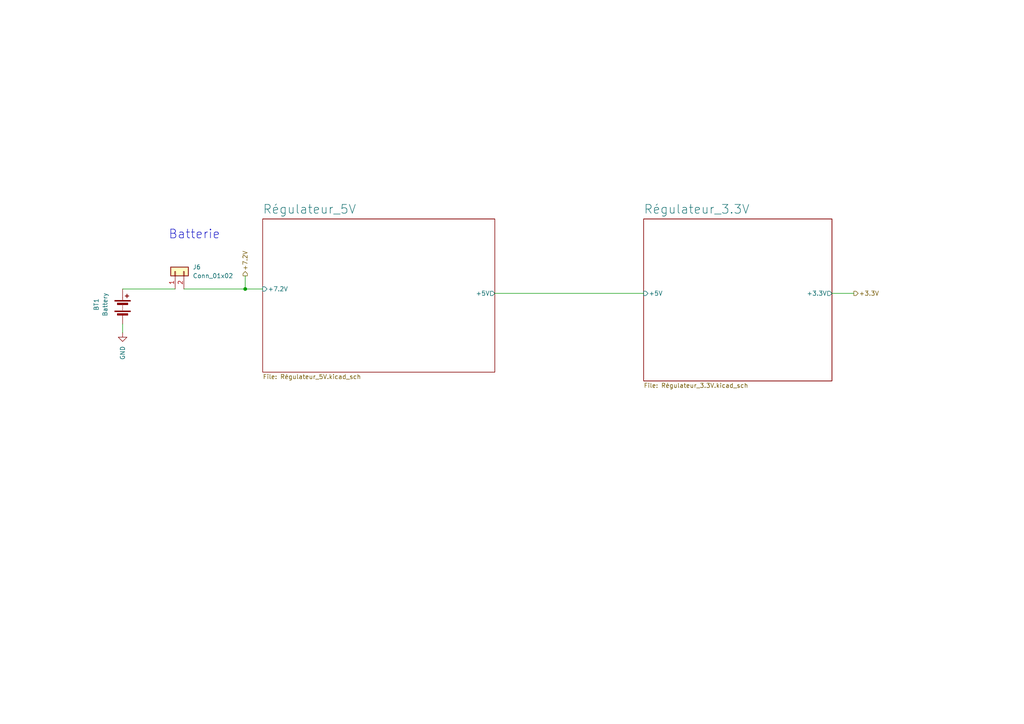
<source format=kicad_sch>
(kicad_sch (version 20231120) (generator "eeschema") (generator_version "8.0")
  (paper "A4")
  (lib_symbols
    (symbol "Connector_Generic:Conn_01x02" (pin_names (offset 1.016) hide)
      (property "Reference" "J" (at 0 2.54 0))
      (property "Value" "Conn_01x02" (at 0 -5.08 0))
      (symbol "Conn_01x02_1_1"
        (rectangle (start -1.27 -2.413) (end 0 -2.667) (stroke (width 0.1524)))
        (rectangle (start -1.27 0.127) (end 0 -0.127) (stroke (width 0.1524)))
        (rectangle (start -1.27 1.27) (end 1.27 -3.81) (stroke (width 0.254)) (fill (type background)))
        (pin passive line (at -5.08 0 0) (length 3.81) (name "Pin_1") (number "1"))
        (pin passive line (at -5.08 -2.54 0) (length 3.81) (name "Pin_2") (number "2"))
      )
    )
    (symbol "Device:Battery" (pin_numbers hide) (pin_names (offset 0) hide)
      (property "Reference" "BT" (at 2.54 2.54 0))
      (property "Value" "Battery" (at 2.54 0 0))
      (symbol "Battery_0_1"
        (rectangle (start -2.286 -1.27) (end 2.286 -1.524) (fill (type outline)))
        (rectangle (start -2.286 1.778) (end 2.286 1.524) (fill (type outline)))
        (rectangle (start -1.524 -2.032) (end 1.524 -2.54) (fill (type outline)))
        (rectangle (start -1.524 1.016) (end 1.524 0.508) (fill (type outline)))
        (polyline (pts (xy 0 -1.016) (xy 0 -0.762)))
        (polyline (pts (xy 0 -0.508) (xy 0 -0.254)))
        (polyline (pts (xy 0 0) (xy 0 0.254)))
        (polyline (pts (xy 0 1.778) (xy 0 2.54)))
        (polyline (pts (xy 0.762 3.048) (xy 1.778 3.048)) (stroke (width 0.254)))
        (polyline (pts (xy 1.27 3.556) (xy 1.27 2.54)) (stroke (width 0.254)))
      )
      (symbol "Battery_1_1"
        (pin passive line (at 0 5.08 270) (length 2.54) (name "+") (number "1"))
        (pin passive line (at 0 -5.08 90) (length 2.54) (name "-") (number "2"))
      )
    )
    (symbol "power:GND" (power) (pin_numbers hide) (pin_names (offset 0) hide)
      (property "Value" "GND" (at 0 -3.81 0))
      (symbol "GND_0_1"
        (polyline (pts (xy 0 0) (xy 0 -1.27) (xy 1.27 -1.27) (xy 0 -2.54) (xy -1.27 -1.27) (xy 0 -1.27)))
      )
      (symbol "GND_1_1"
        (pin power_in line (at 0 0 270) (length 0) (name "~") (number "1"))
      )
    )
  )
  (junction (at 71.12 83.82))
  (wire (pts (xy 241.3 85.09) (xy 247.65 85.09)))
  (wire (pts (xy 35.56 93.98) (xy 35.56 96.52)))
  (wire (pts (xy 71.12 80.01) (xy 71.12 83.82)))
  (wire (pts (xy 53.34 83.82) (xy 71.12 83.82)))
  (wire (pts (xy 35.56 83.82) (xy 50.8 83.82)))
  (wire (pts (xy 71.12 83.82) (xy 76.2 83.82)))
  (wire (pts (xy 143.51 85.09) (xy 186.69 85.09)))
  (text "Batterie\n" (at 56.388 68.072 0) (effects (font (size 2.54 2.54))))
  (hierarchical_label "+3.3V" (shape output) (at 247.65 85.09 0))
  (hierarchical_label "+7.2V" (shape output) (at 71.12 80.01 90))
  (symbol (lib_id "power:GND") (at 35.56 96.52 0) (unit 1)
    (property "Reference" "#PWR05" (effects (hide yes)))
    (property "Value" "GND" (at 35.5599 100.33 90) (effects (justify right)))
    (property "Description" "Power symbol creates a global label with name \"GND\" , ground" (effects (hide yes)))
  )
  (symbol (lib_id "Connector_Generic:Conn_01x02") (at 50.8 78.74 90) (unit 1)
    (property "Reference" "J6" (at 55.88 77.4699 90) (effects (justify right)))
    (property "Value" "Conn_01x02" (at 55.88 80.0099 90) (effects (justify right)))
    (property "Footprint" "Connector_JST:JST_XH_S2B-XH-A_1x02_P2.50mm_Horizontal" (effects (hide yes)))
    (property "Description" "Generic connector, single row, 01x02, script generated (kicad-library-utils/schlib/autogen/connector/)" (effects (hide yes)))
  )
  (symbol (lib_id "Device:Battery") (at 35.56 88.9 0) (unit 1)
    (property "Reference" "BT1" (at 27.94 88.3285 90))
    (property "Value" "Battery" (at 30.48 88.3285 90))
    (property "Description" "Multiple-cell battery" (effects (hide yes)))
  )
  (sheet (at 76.2 63.5) (size 67.31 44.45) (stroke (width 0.1524))
    (property "Sheetname" "Régulateur_5V" (at 76.2 62.1534 0) (effects (font (size 2.54 2.54)) (justify left bottom)))
    (property "Sheetfile" "Régulateur_5V.kicad_sch" (at 76.2 108.5346 0) (effects (justify left top)))
    (pin "+5V" output (at 143.51 85.09 0))
    (pin "+7.2V" input (at 76.2 83.82 180))
  )
  (sheet (at 186.69 63.5) (size 54.61 46.99) (stroke (width 0.1524))
    (property "Sheetname" "Régulateur_3.3V" (at 186.69 62.1534 0) (effects (font (size 2.54 2.54)) (justify left bottom)))
    (property "Sheetfile" "Régulateur_3.3V.kicad_sch" (at 186.69 111.0746 0) (effects (justify left top)))
    (pin "+3.3V" output (at 241.3 85.09 0))
    (pin "+5V" input (at 186.69 85.09 180))
  )
)
</source>
